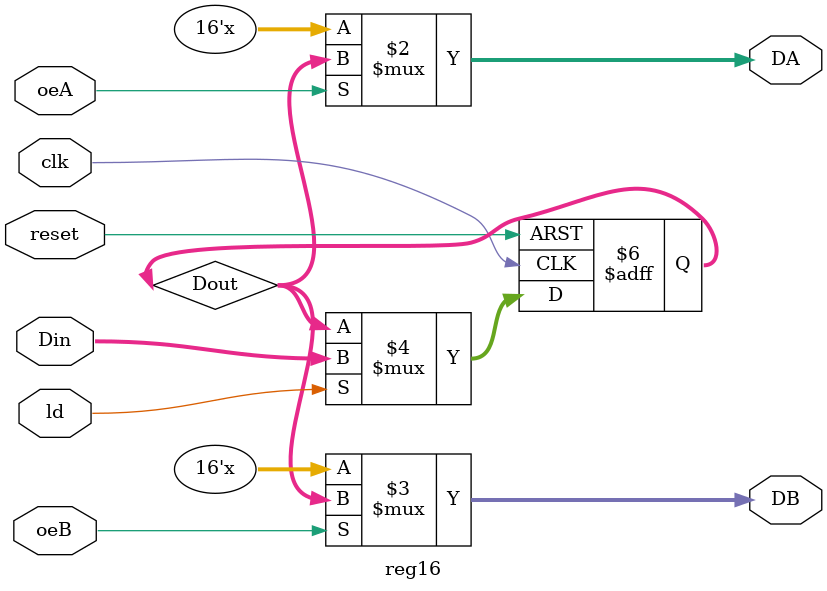
<source format=v>
`timescale 1ns / 1ps
module reg16(clk, reset, ld, Din, DA, DB, oeA, oeB);

   //Inputs
   input         clk, reset, ld, oeA, oeB;
   input  [15:0] Din;
   
   //Output
   output [15:0] DA, DB;
   reg    [15:0] Dout;
   
   //behavioral section for writing to the register
   always @(posedge clk or posedge reset)
      if (reset)
         Dout <= 16'b0;
      else
         if (ld)
            Dout <= Din;
      
   //conditional continuous assignments for reading the register
   assign DA = oeA ? Dout : 16'hz;
   assign DB = oeB ? Dout : 16'hz;

endmodule

</source>
